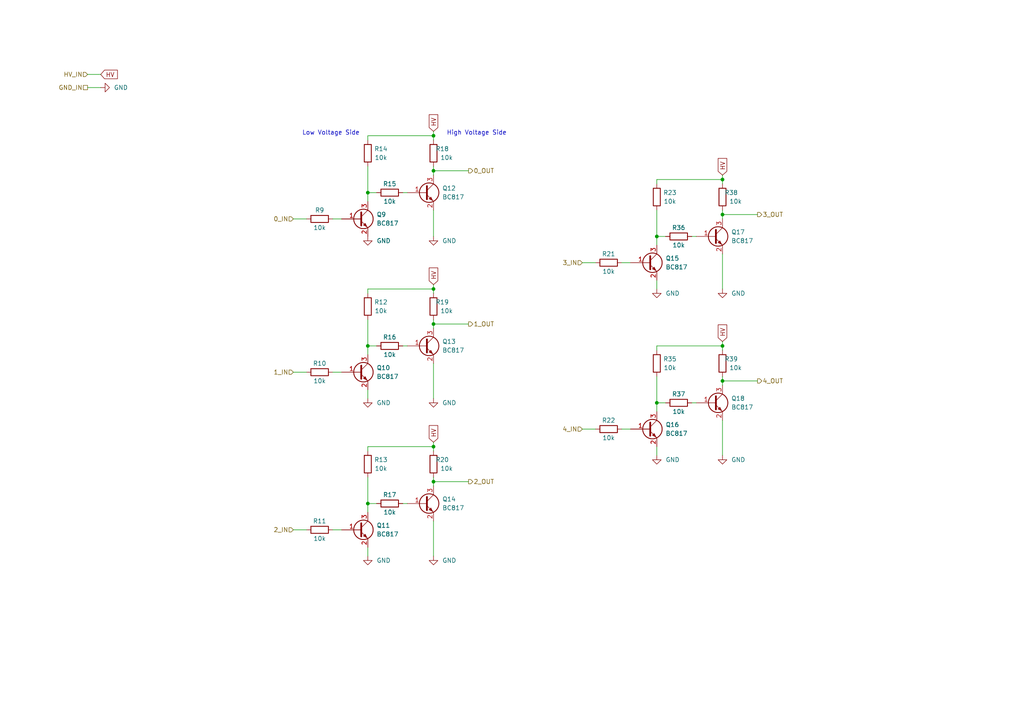
<source format=kicad_sch>
(kicad_sch (version 20211123) (generator eeschema)
  (paper "A4")
  (lib_symbols
    (symbol "000_Resistors_Immo:Resistor_0805" (pin_numbers hide) (pin_names (offset 0))
      (property "Reference" "R?" (at 2.54 1.2701 0))
      (property "Value" "Resistor_0805" (at 2.54 -1.2699 0))
      (symbol "Resistor_0805_0_1"
        (rectangle (start -1.016 -2.54) (end 1.016 2.54) (stroke (width 0.254)))
      )
      (symbol "Resistor_0805_1_1"
        (pin passive line (at 0 3.81 270) (length 1.27) (name "~") (number "1"))
        (pin passive line (at 0 -3.81 90) (length 1.27) (name "~") (number "2"))
      )
    )
    (symbol "Transistor_BJT:BC817" (pin_names (offset 0) hide)
      (property "Reference" "Q" (at 5.08 1.905 0))
      (property "Value" "BC817" (at 5.08 0 0))
      (symbol "BC817_0_1"
        (polyline (pts (xy 0.635 0.635) (xy 2.54 2.54)))
        (polyline (pts (xy 0.635 -0.635) (xy 2.54 -2.54) (xy 2.54 -2.54)))
        (polyline (pts (xy 0.635 1.905) (xy 0.635 -1.905) (xy 0.635 -1.905)) (stroke (width 0.508)))
        (polyline (pts (xy 1.27 -1.778) (xy 1.778 -1.27) (xy 2.286 -2.286) (xy 1.27 -1.778) (xy 1.27 -1.778)) (fill (type outline)))
        (circle (center 1.27 0) (radius 2.8194) (stroke (width 0.254)))
      )
      (symbol "BC817_1_1"
        (pin input line (at -5.08 0 0) (length 5.715) (name "B") (number "1"))
        (pin passive line (at 2.54 -5.08 90) (length 2.54) (name "E") (number "2"))
        (pin passive line (at 2.54 5.08 270) (length 2.54) (name "C") (number "3"))
      )
    )
    (symbol "power:GND" (power) (pin_names (offset 0))
      (property "Value" "GND" (at 0 -3.81 0))
      (symbol "GND_0_1"
        (polyline (pts (xy 0 0) (xy 0 -1.27) (xy 1.27 -1.27) (xy 0 -2.54) (xy -1.27 -1.27) (xy 0 -1.27)))
      )
      (symbol "GND_1_1"
        (pin power_in line (at 0 0 270) (length 0) hide (name "GND") (number "1"))
      )
    )
  )
  (junction (at 125.73 93.98))
  (junction (at 125.73 129.54))
  (junction (at 209.55 62.23))
  (junction (at 106.68 55.88))
  (junction (at 125.73 83.82))
  (junction (at 190.5 68.58))
  (junction (at 125.73 139.7))
  (junction (at 125.73 39.37))
  (junction (at 190.5 116.84))
  (junction (at 106.68 146.05))
  (junction (at 125.73 49.53))
  (junction (at 209.55 52.07))
  (junction (at 209.55 100.33))
  (junction (at 106.68 100.33))
  (junction (at 209.55 110.49))
  (wire (pts (xy 125.73 105.41) (xy 125.73 115.57)))
  (wire (pts (xy 106.68 129.54) (xy 106.68 130.81)))
  (wire (pts (xy 190.5 129.54) (xy 190.5 132.08)))
  (wire (pts (xy 209.55 121.92) (xy 209.55 132.08)))
  (wire (pts (xy 201.93 116.84) (xy 200.66 116.84)))
  (wire (pts (xy 106.68 146.05) (xy 106.68 148.59)))
  (wire (pts (xy 125.73 139.7) (xy 125.73 140.97)))
  (wire (pts (xy 180.34 76.2) (xy 182.88 76.2)))
  (wire (pts (xy 106.68 55.88) (xy 106.68 58.42)))
  (wire (pts (xy 96.52 63.5) (xy 99.06 63.5)))
  (wire (pts (xy 106.68 100.33) (xy 109.22 100.33)))
  (wire (pts (xy 168.91 76.2) (xy 172.72 76.2)))
  (wire (pts (xy 25.4 25.4) (xy 29.21 25.4)))
  (wire (pts (xy 209.55 73.66) (xy 209.55 83.82)))
  (wire (pts (xy 190.5 81.28) (xy 190.5 83.82)))
  (wire (pts (xy 125.73 82.55) (xy 125.73 83.82)))
  (wire (pts (xy 118.11 146.05) (xy 116.84 146.05)))
  (wire (pts (xy 125.73 138.43) (xy 125.73 139.7)))
  (wire (pts (xy 135.89 93.98) (xy 125.73 93.98)))
  (wire (pts (xy 190.5 109.22) (xy 190.5 116.84)))
  (wire (pts (xy 190.5 60.96) (xy 190.5 68.58)))
  (wire (pts (xy 209.55 99.06) (xy 209.55 100.33)))
  (wire (pts (xy 190.5 52.07) (xy 209.55 52.07)))
  (wire (pts (xy 209.55 52.07) (xy 209.55 53.34)))
  (wire (pts (xy 106.68 83.82) (xy 125.73 83.82)))
  (wire (pts (xy 209.55 60.96) (xy 209.55 62.23)))
  (wire (pts (xy 125.73 38.1) (xy 125.73 39.37)))
  (wire (pts (xy 125.73 39.37) (xy 125.73 40.64)))
  (wire (pts (xy 85.09 63.5) (xy 88.9 63.5)))
  (wire (pts (xy 168.91 124.46) (xy 172.72 124.46)))
  (wire (pts (xy 190.5 100.33) (xy 190.5 101.6)))
  (wire (pts (xy 180.34 124.46) (xy 182.88 124.46)))
  (wire (pts (xy 85.09 107.95) (xy 88.9 107.95)))
  (wire (pts (xy 209.55 50.8) (xy 209.55 52.07)))
  (wire (pts (xy 219.71 110.49) (xy 209.55 110.49)))
  (wire (pts (xy 219.71 62.23) (xy 209.55 62.23)))
  (wire (pts (xy 190.5 68.58) (xy 193.04 68.58)))
  (wire (pts (xy 106.68 146.05) (xy 109.22 146.05)))
  (wire (pts (xy 106.68 39.37) (xy 106.68 40.64)))
  (wire (pts (xy 190.5 68.58) (xy 190.5 71.12)))
  (wire (pts (xy 190.5 52.07) (xy 190.5 53.34)))
  (wire (pts (xy 106.68 113.03) (xy 106.68 115.57)))
  (wire (pts (xy 125.73 49.53) (xy 125.73 50.8)))
  (wire (pts (xy 209.55 100.33) (xy 209.55 101.6)))
  (wire (pts (xy 135.89 139.7) (xy 125.73 139.7)))
  (wire (pts (xy 106.68 92.71) (xy 106.68 100.33)))
  (wire (pts (xy 106.68 138.43) (xy 106.68 146.05)))
  (wire (pts (xy 201.93 68.58) (xy 200.66 68.58)))
  (wire (pts (xy 106.68 83.82) (xy 106.68 85.09)))
  (wire (pts (xy 106.68 158.75) (xy 106.68 161.29)))
  (wire (pts (xy 190.5 116.84) (xy 193.04 116.84)))
  (wire (pts (xy 96.52 153.67) (xy 99.06 153.67)))
  (wire (pts (xy 96.52 107.95) (xy 99.06 107.95)))
  (wire (pts (xy 209.55 62.23) (xy 209.55 63.5)))
  (wire (pts (xy 106.68 100.33) (xy 106.68 102.87)))
  (wire (pts (xy 209.55 109.22) (xy 209.55 110.49)))
  (wire (pts (xy 125.73 83.82) (xy 125.73 85.09)))
  (wire (pts (xy 125.73 151.13) (xy 125.73 161.29)))
  (wire (pts (xy 125.73 92.71) (xy 125.73 93.98)))
  (wire (pts (xy 190.5 100.33) (xy 209.55 100.33)))
  (wire (pts (xy 125.73 128.27) (xy 125.73 129.54)))
  (wire (pts (xy 209.55 110.49) (xy 209.55 111.76)))
  (wire (pts (xy 118.11 55.88) (xy 116.84 55.88)))
  (wire (pts (xy 85.09 153.67) (xy 88.9 153.67)))
  (wire (pts (xy 106.68 48.26) (xy 106.68 55.88)))
  (wire (pts (xy 118.11 100.33) (xy 116.84 100.33)))
  (wire (pts (xy 25.4 21.59) (xy 29.21 21.59)))
  (wire (pts (xy 135.89 49.53) (xy 125.73 49.53)))
  (wire (pts (xy 190.5 116.84) (xy 190.5 119.38)))
  (wire (pts (xy 125.73 93.98) (xy 125.73 95.25)))
  (wire (pts (xy 106.68 55.88) (xy 109.22 55.88)))
  (wire (pts (xy 106.68 129.54) (xy 125.73 129.54)))
  (wire (pts (xy 106.68 39.37) (xy 125.73 39.37)))
  (wire (pts (xy 125.73 129.54) (xy 125.73 130.81)))
  (wire (pts (xy 125.73 60.96) (xy 125.73 68.58)))
  (wire (pts (xy 125.73 48.26) (xy 125.73 49.53)))
  (text "Low Voltage Side" (at 87.63 39.37 0) (effects (font (size 1.27 1.27)) (justify left bottom)))
  (text "High Voltage Side" (at 129.54 39.37 0) (effects (font (size 1.27 1.27)) (justify left bottom)))
  (global_label "HV" (shape input) (at 125.73 128.27 90) (property "Intersheet References" "${INTERSHEET_REFS}" (effects hide)))
  (global_label "HV" (shape input) (at 209.55 50.8 90) (property "Intersheet References" "${INTERSHEET_REFS}" (effects hide)))
  (global_label "HV" (shape input) (at 125.73 82.55 90) (property "Intersheet References" "${INTERSHEET_REFS}" (effects hide)))
  (global_label "HV" (shape input) (at 29.21 21.59 0) (property "Intersheet References" "${INTERSHEET_REFS}" (effects hide)))
  (global_label "HV" (shape input) (at 209.55 99.06 90) (property "Intersheet References" "${INTERSHEET_REFS}" (effects hide)))
  (global_label "HV" (shape input) (at 125.73 38.1 90) (property "Intersheet References" "${INTERSHEET_REFS}" (effects hide)))
  (hierarchical_label "2_OUT" (shape output) (at 135.89 139.7 0))
  (hierarchical_label "1_IN" (shape input) (at 85.09 107.95 180))
  (hierarchical_label "2_IN" (shape input) (at 85.09 153.67 180))
  (hierarchical_label "1_OUT" (shape output) (at 135.89 93.98 0))
  (hierarchical_label "3_IN" (shape input) (at 168.91 76.2 180))
  (hierarchical_label "4_OUT" (shape output) (at 219.71 110.49 0))
  (hierarchical_label "0_OUT" (shape output) (at 135.89 49.53 0))
  (hierarchical_label "4_IN" (shape input) (at 168.91 124.46 180))
  (hierarchical_label "HV_IN" (shape input) (at 25.4 21.59 180))
  (hierarchical_label "0_IN" (shape input) (at 85.09 63.5 180))
  (hierarchical_label "3_OUT" (shape output) (at 219.71 62.23 0))
  (hierarchical_label "GND_IN" (shape passive) (at 25.4 25.4 180))
  (symbol (lib_id "Transistor_BJT:BC817") (at 123.19 100.33 0) (unit 1)
    (property "Reference" "Q13" (at 128.27 99.0599 0) (effects (justify left)))
    (property "Value" "BC817" (at 128.27 101.6 0) (effects (justify left)))
    (property "Footprint" "Package_TO_SOT_SMD:SOT-23" (effects hide))
    (property "Datasheet" "https://www.onsemi.com/pub/Collateral/BC818-D.pdf" (effects hide))
  )
  (symbol (lib_id "Transistor_BJT:BC817") (at 123.19 146.05 0) (unit 1)
    (property "Reference" "Q14" (at 128.27 144.7799 0) (effects (justify left)))
    (property "Value" "BC817" (at 128.27 147.32 0) (effects (justify left)))
    (property "Footprint" "Package_TO_SOT_SMD:SOT-23" (effects hide))
    (property "Datasheet" "https://www.onsemi.com/pub/Collateral/BC818-D.pdf" (effects hide))
  )
  (symbol (lib_id "power:GND") (at 125.73 68.58 0) (unit 1)
    (property "Reference" "#PWR078" (effects hide))
    (property "Value" "GND" (at 128.27 69.8499 0) (effects (justify left)))
  )
  (symbol (lib_id "power:GND") (at 209.55 132.08 0) (unit 1)
    (property "Reference" "#PWR0106" (effects hide))
    (property "Value" "GND" (at 212.09 133.3499 0) (effects (justify left)))
  )
  (symbol (lib_id "000_Resistors_Immo:Resistor_0805") (at 92.71 153.67 90) (unit 1)
    (property "Reference" "R11" (at 92.71 151.13 90))
    (property "Value" "10k" (at 92.71 156.21 90))
    (property "Footprint" "Resistor_SMD:R_0805_2012Metric_Pad1.20x1.40mm_HandSolder" (effects hide))
  )
  (symbol (lib_id "power:GND") (at 106.68 115.57 0) (unit 1)
    (property "Reference" "#PWR076" (effects hide))
    (property "Value" "GND" (at 109.22 116.8399 0) (effects (justify left)))
  )
  (symbol (lib_id "000_Resistors_Immo:Resistor_0805") (at 196.85 116.84 90) (unit 1)
    (property "Reference" "R37" (at 196.85 114.3 90))
    (property "Value" "10k" (at 196.85 119.38 90))
    (property "Footprint" "Resistor_SMD:R_0805_2012Metric_Pad1.20x1.40mm_HandSolder" (effects hide))
  )
  (symbol (lib_id "Transistor_BJT:BC817") (at 104.14 153.67 0) (unit 1)
    (property "Reference" "Q11" (at 109.22 152.3999 0) (effects (justify left)))
    (property "Value" "BC817" (at 109.22 154.9399 0) (effects (justify left)))
    (property "Footprint" "Package_TO_SOT_SMD:SOT-23" (effects hide))
    (property "Datasheet" "https://www.onsemi.com/pub/Collateral/BC818-D.pdf" (effects hide))
  )
  (symbol (lib_id "Transistor_BJT:BC817") (at 187.96 124.46 0) (unit 1)
    (property "Reference" "Q16" (at 193.04 123.1899 0) (effects (justify left)))
    (property "Value" "BC817" (at 193.04 125.7299 0) (effects (justify left)))
    (property "Footprint" "Package_TO_SOT_SMD:SOT-23" (effects hide))
    (property "Datasheet" "https://www.onsemi.com/pub/Collateral/BC818-D.pdf" (effects hide))
  )
  (symbol (lib_id "Transistor_BJT:BC817") (at 104.14 107.95 0) (unit 1)
    (property "Reference" "Q10" (at 109.22 106.6799 0) (effects (justify left)))
    (property "Value" "BC817" (at 109.22 109.2199 0) (effects (justify left)))
    (property "Footprint" "Package_TO_SOT_SMD:SOT-23" (effects hide))
    (property "Datasheet" "https://www.onsemi.com/pub/Collateral/BC818-D.pdf" (effects hide))
  )
  (symbol (lib_id "power:GND") (at 106.68 68.58 0) (unit 1)
    (property "Reference" "#PWR075" (effects hide))
    (property "Value" "GND" (at 109.22 69.8499 0) (effects (justify left)))
  )
  (symbol (lib_id "000_Resistors_Immo:Resistor_0805") (at 176.53 76.2 90) (unit 1)
    (property "Reference" "R21" (at 176.53 73.66 90))
    (property "Value" "10k" (at 176.53 78.74 90))
    (property "Footprint" "Resistor_SMD:R_0805_2012Metric_Pad1.20x1.40mm_HandSolder" (effects hide))
  )
  (symbol (lib_id "Transistor_BJT:BC817") (at 104.14 63.5 0) (unit 1)
    (property "Reference" "Q9" (at 109.22 62.2299 0) (effects (justify left)))
    (property "Value" "BC817" (at 109.22 64.7699 0) (effects (justify left)))
    (property "Footprint" "Package_TO_SOT_SMD:SOT-23" (effects hide))
    (property "Datasheet" "https://www.onsemi.com/pub/Collateral/BC818-D.pdf" (effects hide))
  )
  (symbol (lib_id "000_Resistors_Immo:Resistor_0805") (at 113.03 146.05 90) (unit 1)
    (property "Reference" "R17" (at 113.03 143.51 90))
    (property "Value" "10k" (at 113.03 148.59 90))
    (property "Footprint" "Resistor_SMD:R_0805_2012Metric_Pad1.20x1.40mm_HandSolder" (effects hide))
  )
  (symbol (lib_id "Transistor_BJT:BC817") (at 123.19 55.88 0) (unit 1)
    (property "Reference" "Q12" (at 128.27 54.6099 0) (effects (justify left)))
    (property "Value" "BC817" (at 128.27 57.15 0) (effects (justify left)))
    (property "Footprint" "Package_TO_SOT_SMD:SOT-23" (effects hide))
    (property "Datasheet" "https://www.onsemi.com/pub/Collateral/BC818-D.pdf" (effects hide))
  )
  (symbol (lib_id "power:GND") (at 190.5 132.08 0) (unit 1)
    (property "Reference" "#PWR0104" (effects hide))
    (property "Value" "GND" (at 193.04 133.3499 0) (effects (justify left)))
  )
  (symbol (lib_id "000_Resistors_Immo:Resistor_0805") (at 106.68 44.45 180) (unit 1)
    (property "Reference" "R14" (at 110.49 43.18 0))
    (property "Value" "10k" (at 110.49 45.72 0))
    (property "Footprint" "Resistor_SMD:R_0805_2012Metric_Pad1.20x1.40mm_HandSolder" (effects hide))
  )
  (symbol (lib_id "000_Resistors_Immo:Resistor_0805") (at 209.55 105.41 180) (unit 1)
    (property "Reference" "R39" (at 212.09 104.14 0))
    (property "Value" "10k" (at 213.36 106.68 0))
    (property "Footprint" "Resistor_SMD:R_0805_2012Metric_Pad1.20x1.40mm_HandSolder" (effects hide))
  )
  (symbol (lib_id "Transistor_BJT:BC817") (at 187.96 76.2 0) (unit 1)
    (property "Reference" "Q15" (at 193.04 74.9299 0) (effects (justify left)))
    (property "Value" "BC817" (at 193.04 77.4699 0) (effects (justify left)))
    (property "Footprint" "Package_TO_SOT_SMD:SOT-23" (effects hide))
    (property "Datasheet" "https://www.onsemi.com/pub/Collateral/BC818-D.pdf" (effects hide))
  )
  (symbol (lib_id "000_Resistors_Immo:Resistor_0805") (at 92.71 107.95 90) (unit 1)
    (property "Reference" "R10" (at 92.71 105.41 90))
    (property "Value" "10k" (at 92.71 110.49 90))
    (property "Footprint" "Resistor_SMD:R_0805_2012Metric_Pad1.20x1.40mm_HandSolder" (effects hide))
  )
  (symbol (lib_id "000_Resistors_Immo:Resistor_0805") (at 113.03 100.33 90) (unit 1)
    (property "Reference" "R16" (at 113.03 97.79 90))
    (property "Value" "10k" (at 113.03 102.87 90))
    (property "Footprint" "Resistor_SMD:R_0805_2012Metric_Pad1.20x1.40mm_HandSolder" (effects hide))
  )
  (symbol (lib_id "Transistor_BJT:BC817") (at 207.01 68.58 0) (unit 1)
    (property "Reference" "Q17" (at 212.09 67.3099 0) (effects (justify left)))
    (property "Value" "BC817" (at 212.09 69.85 0) (effects (justify left)))
    (property "Footprint" "Package_TO_SOT_SMD:SOT-23" (effects hide))
    (property "Datasheet" "https://www.onsemi.com/pub/Collateral/BC818-D.pdf" (effects hide))
  )
  (symbol (lib_id "power:GND") (at 190.5 83.82 0) (unit 1)
    (property "Reference" "#PWR0103" (effects hide))
    (property "Value" "GND" (at 193.04 85.0899 0) (effects (justify left)))
  )
  (symbol (lib_id "000_Resistors_Immo:Resistor_0805") (at 209.55 57.15 180) (unit 1)
    (property "Reference" "R38" (at 212.09 55.88 0))
    (property "Value" "10k" (at 213.36 58.42 0))
    (property "Footprint" "Resistor_SMD:R_0805_2012Metric_Pad1.20x1.40mm_HandSolder" (effects hide))
  )
  (symbol (lib_id "000_Resistors_Immo:Resistor_0805") (at 196.85 68.58 90) (unit 1)
    (property "Reference" "R36" (at 196.85 66.04 90))
    (property "Value" "10k" (at 196.85 71.12 90))
    (property "Footprint" "Resistor_SMD:R_0805_2012Metric_Pad1.20x1.40mm_HandSolder" (effects hide))
  )
  (symbol (lib_id "power:GND") (at 209.55 83.82 0) (unit 1)
    (property "Reference" "#PWR0105" (effects hide))
    (property "Value" "GND" (at 212.09 85.0899 0) (effects (justify left)))
  )
  (symbol (lib_id "000_Resistors_Immo:Resistor_0805") (at 125.73 44.45 180) (unit 1)
    (property "Reference" "R18" (at 128.27 43.18 0))
    (property "Value" "10k" (at 129.54 45.72 0))
    (property "Footprint" "Resistor_SMD:R_0805_2012Metric_Pad1.20x1.40mm_HandSolder" (effects hide))
  )
  (symbol (lib_id "000_Resistors_Immo:Resistor_0805") (at 125.73 88.9 180) (unit 1)
    (property "Reference" "R19" (at 128.27 87.63 0))
    (property "Value" "10k" (at 129.54 90.17 0))
    (property "Footprint" "Resistor_SMD:R_0805_2012Metric_Pad1.20x1.40mm_HandSolder" (effects hide))
  )
  (symbol (lib_id "000_Resistors_Immo:Resistor_0805") (at 113.03 55.88 90) (unit 1)
    (property "Reference" "R15" (at 113.03 53.34 90))
    (property "Value" "10k" (at 113.03 58.42 90))
    (property "Footprint" "Resistor_SMD:R_0805_2012Metric_Pad1.20x1.40mm_HandSolder" (effects hide))
  )
  (symbol (lib_id "000_Resistors_Immo:Resistor_0805") (at 125.73 134.62 180) (unit 1)
    (property "Reference" "R20" (at 128.27 133.35 0))
    (property "Value" "10k" (at 129.54 135.89 0))
    (property "Footprint" "Resistor_SMD:R_0805_2012Metric_Pad1.20x1.40mm_HandSolder" (effects hide))
  )
  (symbol (lib_id "power:GND") (at 106.68 161.29 0) (unit 1)
    (property "Reference" "#PWR077" (effects hide))
    (property "Value" "GND" (at 109.22 162.5599 0) (effects (justify left)))
  )
  (symbol (lib_id "000_Resistors_Immo:Resistor_0805") (at 176.53 124.46 90) (unit 1)
    (property "Reference" "R22" (at 176.53 121.92 90))
    (property "Value" "10k" (at 176.53 127 90))
    (property "Footprint" "Resistor_SMD:R_0805_2012Metric_Pad1.20x1.40mm_HandSolder" (effects hide))
  )
  (symbol (lib_id "power:GND") (at 125.73 161.29 0) (unit 1)
    (property "Reference" "#PWR0102" (effects hide))
    (property "Value" "GND" (at 128.27 162.5599 0) (effects (justify left)))
  )
  (symbol (lib_id "000_Resistors_Immo:Resistor_0805") (at 106.68 88.9 180) (unit 1)
    (property "Reference" "R12" (at 110.49 87.63 0))
    (property "Value" "10k" (at 110.49 90.17 0))
    (property "Footprint" "Resistor_SMD:R_0805_2012Metric_Pad1.20x1.40mm_HandSolder" (effects hide))
  )
  (symbol (lib_id "Transistor_BJT:BC817") (at 207.01 116.84 0) (unit 1)
    (property "Reference" "Q18" (at 212.09 115.5699 0) (effects (justify left)))
    (property "Value" "BC817" (at 212.09 118.11 0) (effects (justify left)))
    (property "Footprint" "Package_TO_SOT_SMD:SOT-23" (effects hide))
    (property "Datasheet" "https://www.onsemi.com/pub/Collateral/BC818-D.pdf" (effects hide))
  )
  (symbol (lib_id "000_Resistors_Immo:Resistor_0805") (at 92.71 63.5 90) (unit 1)
    (property "Reference" "R9" (at 92.71 60.96 90))
    (property "Value" "10k" (at 92.71 66.04 90))
    (property "Footprint" "Resistor_SMD:R_0805_2012Metric_Pad1.20x1.40mm_HandSolder" (effects hide))
  )
  (symbol (lib_id "000_Resistors_Immo:Resistor_0805") (at 190.5 105.41 180) (unit 1)
    (property "Reference" "R35" (at 194.31 104.14 0))
    (property "Value" "10k" (at 194.31 106.68 0))
    (property "Footprint" "Resistor_SMD:R_0805_2012Metric_Pad1.20x1.40mm_HandSolder" (effects hide))
  )
  (symbol (lib_id "power:GND") (at 125.73 115.57 0) (unit 1)
    (property "Reference" "#PWR079" (effects hide))
    (property "Value" "GND" (at 128.27 116.8399 0) (effects (justify left)))
  )
  (symbol (lib_id "000_Resistors_Immo:Resistor_0805") (at 190.5 57.15 180) (unit 1)
    (property "Reference" "R23" (at 194.31 55.88 0))
    (property "Value" "10k" (at 194.31 58.42 0))
    (property "Footprint" "Resistor_SMD:R_0805_2012Metric_Pad1.20x1.40mm_HandSolder" (effects hide))
  )
  (symbol (lib_id "power:GND") (at 29.21 25.4 90) (unit 1)
    (property "Reference" "#PWR074" (effects hide))
    (property "Value" "GND" (at 33.02 25.3999 90) (effects (justify right)))
  )
  (symbol (lib_id "000_Resistors_Immo:Resistor_0805") (at 106.68 134.62 180) (unit 1)
    (property "Reference" "R13" (at 110.49 133.35 0))
    (property "Value" "10k" (at 110.49 135.89 0))
    (property "Footprint" "Resistor_SMD:R_0805_2012Metric_Pad1.20x1.40mm_HandSolder" (effects hide))
  )
)
</source>
